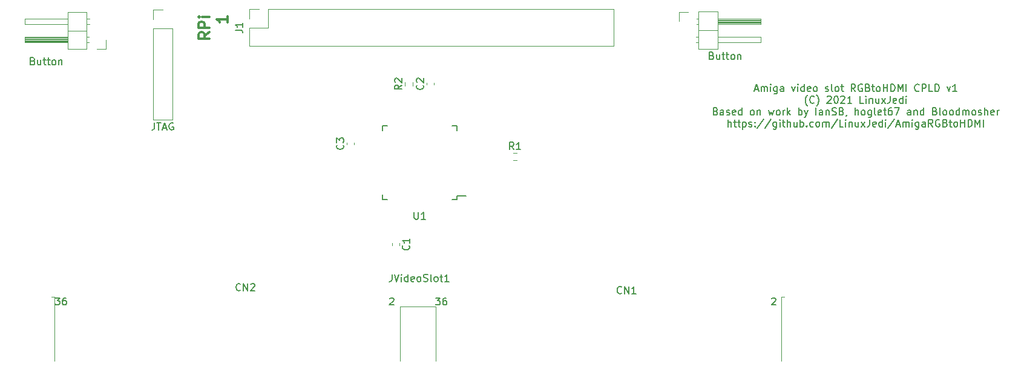
<source format=gbr>
G04 #@! TF.GenerationSoftware,KiCad,Pcbnew,5.1.9-73d0e3b20d~88~ubuntu20.10.1*
G04 #@! TF.CreationDate,2021-04-11T18:11:58+01:00*
G04 #@! TF.ProjectId,videoslotadapter,76696465-6f73-46c6-9f74-616461707465,rev?*
G04 #@! TF.SameCoordinates,Original*
G04 #@! TF.FileFunction,Legend,Top*
G04 #@! TF.FilePolarity,Positive*
%FSLAX46Y46*%
G04 Gerber Fmt 4.6, Leading zero omitted, Abs format (unit mm)*
G04 Created by KiCad (PCBNEW 5.1.9-73d0e3b20d~88~ubuntu20.10.1) date 2021-04-11 18:11:58*
%MOMM*%
%LPD*%
G01*
G04 APERTURE LIST*
%ADD10C,0.150000*%
%ADD11C,0.300000*%
%ADD12C,0.120000*%
G04 APERTURE END LIST*
D10*
X107441597Y-74144831D02*
X107584454Y-74192450D01*
X107632073Y-74240069D01*
X107679692Y-74335307D01*
X107679692Y-74478164D01*
X107632073Y-74573402D01*
X107584454Y-74621021D01*
X107489216Y-74668640D01*
X107108263Y-74668640D01*
X107108263Y-73668640D01*
X107441597Y-73668640D01*
X107536835Y-73716260D01*
X107584454Y-73763879D01*
X107632073Y-73859117D01*
X107632073Y-73954355D01*
X107584454Y-74049593D01*
X107536835Y-74097212D01*
X107441597Y-74144831D01*
X107108263Y-74144831D01*
X108536835Y-74001974D02*
X108536835Y-74668640D01*
X108108263Y-74001974D02*
X108108263Y-74525783D01*
X108155882Y-74621021D01*
X108251120Y-74668640D01*
X108393978Y-74668640D01*
X108489216Y-74621021D01*
X108536835Y-74573402D01*
X108870168Y-74001974D02*
X109251120Y-74001974D01*
X109013025Y-73668640D02*
X109013025Y-74525783D01*
X109060644Y-74621021D01*
X109155882Y-74668640D01*
X109251120Y-74668640D01*
X109441597Y-74001974D02*
X109822549Y-74001974D01*
X109584454Y-73668640D02*
X109584454Y-74525783D01*
X109632073Y-74621021D01*
X109727311Y-74668640D01*
X109822549Y-74668640D01*
X110298740Y-74668640D02*
X110203501Y-74621021D01*
X110155882Y-74573402D01*
X110108263Y-74478164D01*
X110108263Y-74192450D01*
X110155882Y-74097212D01*
X110203501Y-74049593D01*
X110298740Y-74001974D01*
X110441597Y-74001974D01*
X110536835Y-74049593D01*
X110584454Y-74097212D01*
X110632073Y-74192450D01*
X110632073Y-74478164D01*
X110584454Y-74573402D01*
X110536835Y-74621021D01*
X110441597Y-74668640D01*
X110298740Y-74668640D01*
X111060644Y-74001974D02*
X111060644Y-74668640D01*
X111060644Y-74097212D02*
X111108263Y-74049593D01*
X111203501Y-74001974D01*
X111346359Y-74001974D01*
X111441597Y-74049593D01*
X111489216Y-74144831D01*
X111489216Y-74668640D01*
X202414737Y-73382831D02*
X202557594Y-73430450D01*
X202605213Y-73478069D01*
X202652832Y-73573307D01*
X202652832Y-73716164D01*
X202605213Y-73811402D01*
X202557594Y-73859021D01*
X202462356Y-73906640D01*
X202081403Y-73906640D01*
X202081403Y-72906640D01*
X202414737Y-72906640D01*
X202509975Y-72954260D01*
X202557594Y-73001879D01*
X202605213Y-73097117D01*
X202605213Y-73192355D01*
X202557594Y-73287593D01*
X202509975Y-73335212D01*
X202414737Y-73382831D01*
X202081403Y-73382831D01*
X203509975Y-73239974D02*
X203509975Y-73906640D01*
X203081403Y-73239974D02*
X203081403Y-73763783D01*
X203129022Y-73859021D01*
X203224260Y-73906640D01*
X203367118Y-73906640D01*
X203462356Y-73859021D01*
X203509975Y-73811402D01*
X203843308Y-73239974D02*
X204224260Y-73239974D01*
X203986165Y-72906640D02*
X203986165Y-73763783D01*
X204033784Y-73859021D01*
X204129022Y-73906640D01*
X204224260Y-73906640D01*
X204414737Y-73239974D02*
X204795689Y-73239974D01*
X204557594Y-72906640D02*
X204557594Y-73763783D01*
X204605213Y-73859021D01*
X204700451Y-73906640D01*
X204795689Y-73906640D01*
X205271880Y-73906640D02*
X205176641Y-73859021D01*
X205129022Y-73811402D01*
X205081403Y-73716164D01*
X205081403Y-73430450D01*
X205129022Y-73335212D01*
X205176641Y-73287593D01*
X205271880Y-73239974D01*
X205414737Y-73239974D01*
X205509975Y-73287593D01*
X205557594Y-73335212D01*
X205605213Y-73430450D01*
X205605213Y-73716164D01*
X205557594Y-73811402D01*
X205509975Y-73859021D01*
X205414737Y-73906640D01*
X205271880Y-73906640D01*
X206033784Y-73239974D02*
X206033784Y-73906640D01*
X206033784Y-73335212D02*
X206081403Y-73287593D01*
X206176641Y-73239974D01*
X206319499Y-73239974D01*
X206414737Y-73287593D01*
X206462356Y-73382831D01*
X206462356Y-73906640D01*
X208411942Y-78113146D02*
X208888133Y-78113146D01*
X208316704Y-78398860D02*
X208650038Y-77398860D01*
X208983371Y-78398860D01*
X209316704Y-78398860D02*
X209316704Y-77732194D01*
X209316704Y-77827432D02*
X209364323Y-77779813D01*
X209459561Y-77732194D01*
X209602419Y-77732194D01*
X209697657Y-77779813D01*
X209745276Y-77875051D01*
X209745276Y-78398860D01*
X209745276Y-77875051D02*
X209792895Y-77779813D01*
X209888133Y-77732194D01*
X210030990Y-77732194D01*
X210126228Y-77779813D01*
X210173847Y-77875051D01*
X210173847Y-78398860D01*
X210650038Y-78398860D02*
X210650038Y-77732194D01*
X210650038Y-77398860D02*
X210602419Y-77446480D01*
X210650038Y-77494099D01*
X210697657Y-77446480D01*
X210650038Y-77398860D01*
X210650038Y-77494099D01*
X211554800Y-77732194D02*
X211554800Y-78541718D01*
X211507180Y-78636956D01*
X211459561Y-78684575D01*
X211364323Y-78732194D01*
X211221466Y-78732194D01*
X211126228Y-78684575D01*
X211554800Y-78351241D02*
X211459561Y-78398860D01*
X211269085Y-78398860D01*
X211173847Y-78351241D01*
X211126228Y-78303622D01*
X211078609Y-78208384D01*
X211078609Y-77922670D01*
X211126228Y-77827432D01*
X211173847Y-77779813D01*
X211269085Y-77732194D01*
X211459561Y-77732194D01*
X211554800Y-77779813D01*
X212459561Y-78398860D02*
X212459561Y-77875051D01*
X212411942Y-77779813D01*
X212316704Y-77732194D01*
X212126228Y-77732194D01*
X212030990Y-77779813D01*
X212459561Y-78351241D02*
X212364323Y-78398860D01*
X212126228Y-78398860D01*
X212030990Y-78351241D01*
X211983371Y-78256003D01*
X211983371Y-78160765D01*
X212030990Y-78065527D01*
X212126228Y-78017908D01*
X212364323Y-78017908D01*
X212459561Y-77970289D01*
X213602419Y-77732194D02*
X213840514Y-78398860D01*
X214078609Y-77732194D01*
X214459561Y-78398860D02*
X214459561Y-77732194D01*
X214459561Y-77398860D02*
X214411942Y-77446480D01*
X214459561Y-77494099D01*
X214507180Y-77446480D01*
X214459561Y-77398860D01*
X214459561Y-77494099D01*
X215364323Y-78398860D02*
X215364323Y-77398860D01*
X215364323Y-78351241D02*
X215269085Y-78398860D01*
X215078609Y-78398860D01*
X214983371Y-78351241D01*
X214935752Y-78303622D01*
X214888133Y-78208384D01*
X214888133Y-77922670D01*
X214935752Y-77827432D01*
X214983371Y-77779813D01*
X215078609Y-77732194D01*
X215269085Y-77732194D01*
X215364323Y-77779813D01*
X216221466Y-78351241D02*
X216126228Y-78398860D01*
X215935752Y-78398860D01*
X215840514Y-78351241D01*
X215792895Y-78256003D01*
X215792895Y-77875051D01*
X215840514Y-77779813D01*
X215935752Y-77732194D01*
X216126228Y-77732194D01*
X216221466Y-77779813D01*
X216269085Y-77875051D01*
X216269085Y-77970289D01*
X215792895Y-78065527D01*
X216840514Y-78398860D02*
X216745276Y-78351241D01*
X216697657Y-78303622D01*
X216650038Y-78208384D01*
X216650038Y-77922670D01*
X216697657Y-77827432D01*
X216745276Y-77779813D01*
X216840514Y-77732194D01*
X216983371Y-77732194D01*
X217078609Y-77779813D01*
X217126228Y-77827432D01*
X217173847Y-77922670D01*
X217173847Y-78208384D01*
X217126228Y-78303622D01*
X217078609Y-78351241D01*
X216983371Y-78398860D01*
X216840514Y-78398860D01*
X218316704Y-78351241D02*
X218411942Y-78398860D01*
X218602419Y-78398860D01*
X218697657Y-78351241D01*
X218745276Y-78256003D01*
X218745276Y-78208384D01*
X218697657Y-78113146D01*
X218602419Y-78065527D01*
X218459561Y-78065527D01*
X218364323Y-78017908D01*
X218316704Y-77922670D01*
X218316704Y-77875051D01*
X218364323Y-77779813D01*
X218459561Y-77732194D01*
X218602419Y-77732194D01*
X218697657Y-77779813D01*
X219316704Y-78398860D02*
X219221466Y-78351241D01*
X219173847Y-78256003D01*
X219173847Y-77398860D01*
X219840514Y-78398860D02*
X219745276Y-78351241D01*
X219697657Y-78303622D01*
X219650038Y-78208384D01*
X219650038Y-77922670D01*
X219697657Y-77827432D01*
X219745276Y-77779813D01*
X219840514Y-77732194D01*
X219983371Y-77732194D01*
X220078609Y-77779813D01*
X220126228Y-77827432D01*
X220173847Y-77922670D01*
X220173847Y-78208384D01*
X220126228Y-78303622D01*
X220078609Y-78351241D01*
X219983371Y-78398860D01*
X219840514Y-78398860D01*
X220459561Y-77732194D02*
X220840514Y-77732194D01*
X220602419Y-77398860D02*
X220602419Y-78256003D01*
X220650038Y-78351241D01*
X220745276Y-78398860D01*
X220840514Y-78398860D01*
X222507180Y-78398860D02*
X222173847Y-77922670D01*
X221935752Y-78398860D02*
X221935752Y-77398860D01*
X222316704Y-77398860D01*
X222411942Y-77446480D01*
X222459561Y-77494099D01*
X222507180Y-77589337D01*
X222507180Y-77732194D01*
X222459561Y-77827432D01*
X222411942Y-77875051D01*
X222316704Y-77922670D01*
X221935752Y-77922670D01*
X223459561Y-77446480D02*
X223364323Y-77398860D01*
X223221466Y-77398860D01*
X223078609Y-77446480D01*
X222983371Y-77541718D01*
X222935752Y-77636956D01*
X222888133Y-77827432D01*
X222888133Y-77970289D01*
X222935752Y-78160765D01*
X222983371Y-78256003D01*
X223078609Y-78351241D01*
X223221466Y-78398860D01*
X223316704Y-78398860D01*
X223459561Y-78351241D01*
X223507180Y-78303622D01*
X223507180Y-77970289D01*
X223316704Y-77970289D01*
X224269085Y-77875051D02*
X224411942Y-77922670D01*
X224459561Y-77970289D01*
X224507180Y-78065527D01*
X224507180Y-78208384D01*
X224459561Y-78303622D01*
X224411942Y-78351241D01*
X224316704Y-78398860D01*
X223935752Y-78398860D01*
X223935752Y-77398860D01*
X224269085Y-77398860D01*
X224364323Y-77446480D01*
X224411942Y-77494099D01*
X224459561Y-77589337D01*
X224459561Y-77684575D01*
X224411942Y-77779813D01*
X224364323Y-77827432D01*
X224269085Y-77875051D01*
X223935752Y-77875051D01*
X224792895Y-77732194D02*
X225173847Y-77732194D01*
X224935752Y-77398860D02*
X224935752Y-78256003D01*
X224983371Y-78351241D01*
X225078609Y-78398860D01*
X225173847Y-78398860D01*
X225650038Y-78398860D02*
X225554800Y-78351241D01*
X225507180Y-78303622D01*
X225459561Y-78208384D01*
X225459561Y-77922670D01*
X225507180Y-77827432D01*
X225554800Y-77779813D01*
X225650038Y-77732194D01*
X225792895Y-77732194D01*
X225888133Y-77779813D01*
X225935752Y-77827432D01*
X225983371Y-77922670D01*
X225983371Y-78208384D01*
X225935752Y-78303622D01*
X225888133Y-78351241D01*
X225792895Y-78398860D01*
X225650038Y-78398860D01*
X226411942Y-78398860D02*
X226411942Y-77398860D01*
X226411942Y-77875051D02*
X226983371Y-77875051D01*
X226983371Y-78398860D02*
X226983371Y-77398860D01*
X227459561Y-78398860D02*
X227459561Y-77398860D01*
X227697657Y-77398860D01*
X227840514Y-77446480D01*
X227935752Y-77541718D01*
X227983371Y-77636956D01*
X228030990Y-77827432D01*
X228030990Y-77970289D01*
X227983371Y-78160765D01*
X227935752Y-78256003D01*
X227840514Y-78351241D01*
X227697657Y-78398860D01*
X227459561Y-78398860D01*
X228459561Y-78398860D02*
X228459561Y-77398860D01*
X228792895Y-78113146D01*
X229126228Y-77398860D01*
X229126228Y-78398860D01*
X229602419Y-78398860D02*
X229602419Y-77398860D01*
X231411942Y-78303622D02*
X231364323Y-78351241D01*
X231221466Y-78398860D01*
X231126228Y-78398860D01*
X230983371Y-78351241D01*
X230888133Y-78256003D01*
X230840514Y-78160765D01*
X230792895Y-77970289D01*
X230792895Y-77827432D01*
X230840514Y-77636956D01*
X230888133Y-77541718D01*
X230983371Y-77446480D01*
X231126228Y-77398860D01*
X231221466Y-77398860D01*
X231364323Y-77446480D01*
X231411942Y-77494099D01*
X231840514Y-78398860D02*
X231840514Y-77398860D01*
X232221466Y-77398860D01*
X232316704Y-77446480D01*
X232364323Y-77494099D01*
X232411942Y-77589337D01*
X232411942Y-77732194D01*
X232364323Y-77827432D01*
X232316704Y-77875051D01*
X232221466Y-77922670D01*
X231840514Y-77922670D01*
X233316704Y-78398860D02*
X232840514Y-78398860D01*
X232840514Y-77398860D01*
X233650038Y-78398860D02*
X233650038Y-77398860D01*
X233888133Y-77398860D01*
X234030990Y-77446480D01*
X234126228Y-77541718D01*
X234173847Y-77636956D01*
X234221466Y-77827432D01*
X234221466Y-77970289D01*
X234173847Y-78160765D01*
X234126228Y-78256003D01*
X234030990Y-78351241D01*
X233888133Y-78398860D01*
X233650038Y-78398860D01*
X235316704Y-77732194D02*
X235554800Y-78398860D01*
X235792895Y-77732194D01*
X236697657Y-78398860D02*
X236126228Y-78398860D01*
X236411942Y-78398860D02*
X236411942Y-77398860D01*
X236316704Y-77541718D01*
X236221466Y-77636956D01*
X236126228Y-77684575D01*
X215792895Y-80429813D02*
X215745276Y-80382194D01*
X215650038Y-80239337D01*
X215602419Y-80144099D01*
X215554800Y-80001241D01*
X215507180Y-79763146D01*
X215507180Y-79572670D01*
X215554800Y-79334575D01*
X215602419Y-79191718D01*
X215650038Y-79096480D01*
X215745276Y-78953622D01*
X215792895Y-78906003D01*
X216745276Y-79953622D02*
X216697657Y-80001241D01*
X216554800Y-80048860D01*
X216459561Y-80048860D01*
X216316704Y-80001241D01*
X216221466Y-79906003D01*
X216173847Y-79810765D01*
X216126228Y-79620289D01*
X216126228Y-79477432D01*
X216173847Y-79286956D01*
X216221466Y-79191718D01*
X216316704Y-79096480D01*
X216459561Y-79048860D01*
X216554800Y-79048860D01*
X216697657Y-79096480D01*
X216745276Y-79144099D01*
X217078609Y-80429813D02*
X217126228Y-80382194D01*
X217221466Y-80239337D01*
X217269085Y-80144099D01*
X217316704Y-80001241D01*
X217364323Y-79763146D01*
X217364323Y-79572670D01*
X217316704Y-79334575D01*
X217269085Y-79191718D01*
X217221466Y-79096480D01*
X217126228Y-78953622D01*
X217078609Y-78906003D01*
X218554800Y-79144099D02*
X218602419Y-79096480D01*
X218697657Y-79048860D01*
X218935752Y-79048860D01*
X219030990Y-79096480D01*
X219078609Y-79144099D01*
X219126228Y-79239337D01*
X219126228Y-79334575D01*
X219078609Y-79477432D01*
X218507180Y-80048860D01*
X219126228Y-80048860D01*
X219745276Y-79048860D02*
X219840514Y-79048860D01*
X219935752Y-79096480D01*
X219983371Y-79144099D01*
X220030990Y-79239337D01*
X220078609Y-79429813D01*
X220078609Y-79667908D01*
X220030990Y-79858384D01*
X219983371Y-79953622D01*
X219935752Y-80001241D01*
X219840514Y-80048860D01*
X219745276Y-80048860D01*
X219650038Y-80001241D01*
X219602419Y-79953622D01*
X219554800Y-79858384D01*
X219507180Y-79667908D01*
X219507180Y-79429813D01*
X219554800Y-79239337D01*
X219602419Y-79144099D01*
X219650038Y-79096480D01*
X219745276Y-79048860D01*
X220459561Y-79144099D02*
X220507180Y-79096480D01*
X220602419Y-79048860D01*
X220840514Y-79048860D01*
X220935752Y-79096480D01*
X220983371Y-79144099D01*
X221030990Y-79239337D01*
X221030990Y-79334575D01*
X220983371Y-79477432D01*
X220411942Y-80048860D01*
X221030990Y-80048860D01*
X221983371Y-80048860D02*
X221411942Y-80048860D01*
X221697657Y-80048860D02*
X221697657Y-79048860D01*
X221602419Y-79191718D01*
X221507180Y-79286956D01*
X221411942Y-79334575D01*
X223650038Y-80048860D02*
X223173847Y-80048860D01*
X223173847Y-79048860D01*
X223983371Y-80048860D02*
X223983371Y-79382194D01*
X223983371Y-79048860D02*
X223935752Y-79096480D01*
X223983371Y-79144099D01*
X224030990Y-79096480D01*
X223983371Y-79048860D01*
X223983371Y-79144099D01*
X224459561Y-79382194D02*
X224459561Y-80048860D01*
X224459561Y-79477432D02*
X224507180Y-79429813D01*
X224602419Y-79382194D01*
X224745276Y-79382194D01*
X224840514Y-79429813D01*
X224888133Y-79525051D01*
X224888133Y-80048860D01*
X225792895Y-79382194D02*
X225792895Y-80048860D01*
X225364323Y-79382194D02*
X225364323Y-79906003D01*
X225411942Y-80001241D01*
X225507180Y-80048860D01*
X225650038Y-80048860D01*
X225745276Y-80001241D01*
X225792895Y-79953622D01*
X226173847Y-80048860D02*
X226697657Y-79382194D01*
X226173847Y-79382194D02*
X226697657Y-80048860D01*
X227364323Y-79048860D02*
X227364323Y-79763146D01*
X227316704Y-79906003D01*
X227221466Y-80001241D01*
X227078609Y-80048860D01*
X226983371Y-80048860D01*
X228221466Y-80001241D02*
X228126228Y-80048860D01*
X227935752Y-80048860D01*
X227840514Y-80001241D01*
X227792895Y-79906003D01*
X227792895Y-79525051D01*
X227840514Y-79429813D01*
X227935752Y-79382194D01*
X228126228Y-79382194D01*
X228221466Y-79429813D01*
X228269085Y-79525051D01*
X228269085Y-79620289D01*
X227792895Y-79715527D01*
X229126228Y-80048860D02*
X229126228Y-79048860D01*
X229126228Y-80001241D02*
X229030990Y-80048860D01*
X228840514Y-80048860D01*
X228745276Y-80001241D01*
X228697657Y-79953622D01*
X228650038Y-79858384D01*
X228650038Y-79572670D01*
X228697657Y-79477432D01*
X228745276Y-79429813D01*
X228840514Y-79382194D01*
X229030990Y-79382194D01*
X229126228Y-79429813D01*
X229602419Y-80048860D02*
X229602419Y-79382194D01*
X229602419Y-79048860D02*
X229554800Y-79096480D01*
X229602419Y-79144099D01*
X229650038Y-79096480D01*
X229602419Y-79048860D01*
X229602419Y-79144099D01*
X202959561Y-81175051D02*
X203102419Y-81222670D01*
X203150038Y-81270289D01*
X203197657Y-81365527D01*
X203197657Y-81508384D01*
X203150038Y-81603622D01*
X203102419Y-81651241D01*
X203007180Y-81698860D01*
X202626228Y-81698860D01*
X202626228Y-80698860D01*
X202959561Y-80698860D01*
X203054799Y-80746480D01*
X203102419Y-80794099D01*
X203150038Y-80889337D01*
X203150038Y-80984575D01*
X203102419Y-81079813D01*
X203054799Y-81127432D01*
X202959561Y-81175051D01*
X202626228Y-81175051D01*
X204054799Y-81698860D02*
X204054799Y-81175051D01*
X204007180Y-81079813D01*
X203911942Y-81032194D01*
X203721466Y-81032194D01*
X203626228Y-81079813D01*
X204054799Y-81651241D02*
X203959561Y-81698860D01*
X203721466Y-81698860D01*
X203626228Y-81651241D01*
X203578609Y-81556003D01*
X203578609Y-81460765D01*
X203626228Y-81365527D01*
X203721466Y-81317908D01*
X203959561Y-81317908D01*
X204054799Y-81270289D01*
X204483371Y-81651241D02*
X204578609Y-81698860D01*
X204769085Y-81698860D01*
X204864323Y-81651241D01*
X204911942Y-81556003D01*
X204911942Y-81508384D01*
X204864323Y-81413146D01*
X204769085Y-81365527D01*
X204626228Y-81365527D01*
X204530990Y-81317908D01*
X204483371Y-81222670D01*
X204483371Y-81175051D01*
X204530990Y-81079813D01*
X204626228Y-81032194D01*
X204769085Y-81032194D01*
X204864323Y-81079813D01*
X205721466Y-81651241D02*
X205626228Y-81698860D01*
X205435752Y-81698860D01*
X205340514Y-81651241D01*
X205292895Y-81556003D01*
X205292895Y-81175051D01*
X205340514Y-81079813D01*
X205435752Y-81032194D01*
X205626228Y-81032194D01*
X205721466Y-81079813D01*
X205769085Y-81175051D01*
X205769085Y-81270289D01*
X205292895Y-81365527D01*
X206626228Y-81698860D02*
X206626228Y-80698860D01*
X206626228Y-81651241D02*
X206530990Y-81698860D01*
X206340514Y-81698860D01*
X206245276Y-81651241D01*
X206197657Y-81603622D01*
X206150038Y-81508384D01*
X206150038Y-81222670D01*
X206197657Y-81127432D01*
X206245276Y-81079813D01*
X206340514Y-81032194D01*
X206530990Y-81032194D01*
X206626228Y-81079813D01*
X208007180Y-81698860D02*
X207911942Y-81651241D01*
X207864323Y-81603622D01*
X207816704Y-81508384D01*
X207816704Y-81222670D01*
X207864323Y-81127432D01*
X207911942Y-81079813D01*
X208007180Y-81032194D01*
X208150038Y-81032194D01*
X208245276Y-81079813D01*
X208292895Y-81127432D01*
X208340514Y-81222670D01*
X208340514Y-81508384D01*
X208292895Y-81603622D01*
X208245276Y-81651241D01*
X208150038Y-81698860D01*
X208007180Y-81698860D01*
X208769085Y-81032194D02*
X208769085Y-81698860D01*
X208769085Y-81127432D02*
X208816704Y-81079813D01*
X208911942Y-81032194D01*
X209054799Y-81032194D01*
X209150038Y-81079813D01*
X209197657Y-81175051D01*
X209197657Y-81698860D01*
X210340514Y-81032194D02*
X210530990Y-81698860D01*
X210721466Y-81222670D01*
X210911942Y-81698860D01*
X211102419Y-81032194D01*
X211626228Y-81698860D02*
X211530990Y-81651241D01*
X211483371Y-81603622D01*
X211435752Y-81508384D01*
X211435752Y-81222670D01*
X211483371Y-81127432D01*
X211530990Y-81079813D01*
X211626228Y-81032194D01*
X211769085Y-81032194D01*
X211864323Y-81079813D01*
X211911942Y-81127432D01*
X211959561Y-81222670D01*
X211959561Y-81508384D01*
X211911942Y-81603622D01*
X211864323Y-81651241D01*
X211769085Y-81698860D01*
X211626228Y-81698860D01*
X212388133Y-81698860D02*
X212388133Y-81032194D01*
X212388133Y-81222670D02*
X212435752Y-81127432D01*
X212483371Y-81079813D01*
X212578609Y-81032194D01*
X212673847Y-81032194D01*
X213007180Y-81698860D02*
X213007180Y-80698860D01*
X213102419Y-81317908D02*
X213388133Y-81698860D01*
X213388133Y-81032194D02*
X213007180Y-81413146D01*
X214578609Y-81698860D02*
X214578609Y-80698860D01*
X214578609Y-81079813D02*
X214673847Y-81032194D01*
X214864323Y-81032194D01*
X214959561Y-81079813D01*
X215007180Y-81127432D01*
X215054799Y-81222670D01*
X215054799Y-81508384D01*
X215007180Y-81603622D01*
X214959561Y-81651241D01*
X214864323Y-81698860D01*
X214673847Y-81698860D01*
X214578609Y-81651241D01*
X215388133Y-81032194D02*
X215626228Y-81698860D01*
X215864323Y-81032194D02*
X215626228Y-81698860D01*
X215530990Y-81936956D01*
X215483371Y-81984575D01*
X215388133Y-82032194D01*
X217007180Y-81698860D02*
X217007180Y-80698860D01*
X217911942Y-81698860D02*
X217911942Y-81175051D01*
X217864323Y-81079813D01*
X217769085Y-81032194D01*
X217578609Y-81032194D01*
X217483371Y-81079813D01*
X217911942Y-81651241D02*
X217816704Y-81698860D01*
X217578609Y-81698860D01*
X217483371Y-81651241D01*
X217435752Y-81556003D01*
X217435752Y-81460765D01*
X217483371Y-81365527D01*
X217578609Y-81317908D01*
X217816704Y-81317908D01*
X217911942Y-81270289D01*
X218388133Y-81032194D02*
X218388133Y-81698860D01*
X218388133Y-81127432D02*
X218435752Y-81079813D01*
X218530990Y-81032194D01*
X218673847Y-81032194D01*
X218769085Y-81079813D01*
X218816704Y-81175051D01*
X218816704Y-81698860D01*
X219245276Y-81651241D02*
X219388133Y-81698860D01*
X219626228Y-81698860D01*
X219721466Y-81651241D01*
X219769085Y-81603622D01*
X219816704Y-81508384D01*
X219816704Y-81413146D01*
X219769085Y-81317908D01*
X219721466Y-81270289D01*
X219626228Y-81222670D01*
X219435752Y-81175051D01*
X219340514Y-81127432D01*
X219292895Y-81079813D01*
X219245276Y-80984575D01*
X219245276Y-80889337D01*
X219292895Y-80794099D01*
X219340514Y-80746480D01*
X219435752Y-80698860D01*
X219673847Y-80698860D01*
X219816704Y-80746480D01*
X220578609Y-81175051D02*
X220721466Y-81222670D01*
X220769085Y-81270289D01*
X220816704Y-81365527D01*
X220816704Y-81508384D01*
X220769085Y-81603622D01*
X220721466Y-81651241D01*
X220626228Y-81698860D01*
X220245276Y-81698860D01*
X220245276Y-80698860D01*
X220578609Y-80698860D01*
X220673847Y-80746480D01*
X220721466Y-80794099D01*
X220769085Y-80889337D01*
X220769085Y-80984575D01*
X220721466Y-81079813D01*
X220673847Y-81127432D01*
X220578609Y-81175051D01*
X220245276Y-81175051D01*
X221292895Y-81651241D02*
X221292895Y-81698860D01*
X221245276Y-81794099D01*
X221197657Y-81841718D01*
X222483371Y-81698860D02*
X222483371Y-80698860D01*
X222911942Y-81698860D02*
X222911942Y-81175051D01*
X222864323Y-81079813D01*
X222769085Y-81032194D01*
X222626228Y-81032194D01*
X222530990Y-81079813D01*
X222483371Y-81127432D01*
X223530990Y-81698860D02*
X223435752Y-81651241D01*
X223388133Y-81603622D01*
X223340514Y-81508384D01*
X223340514Y-81222670D01*
X223388133Y-81127432D01*
X223435752Y-81079813D01*
X223530990Y-81032194D01*
X223673847Y-81032194D01*
X223769085Y-81079813D01*
X223816704Y-81127432D01*
X223864323Y-81222670D01*
X223864323Y-81508384D01*
X223816704Y-81603622D01*
X223769085Y-81651241D01*
X223673847Y-81698860D01*
X223530990Y-81698860D01*
X224721466Y-81032194D02*
X224721466Y-81841718D01*
X224673847Y-81936956D01*
X224626228Y-81984575D01*
X224530990Y-82032194D01*
X224388133Y-82032194D01*
X224292895Y-81984575D01*
X224721466Y-81651241D02*
X224626228Y-81698860D01*
X224435752Y-81698860D01*
X224340514Y-81651241D01*
X224292895Y-81603622D01*
X224245276Y-81508384D01*
X224245276Y-81222670D01*
X224292895Y-81127432D01*
X224340514Y-81079813D01*
X224435752Y-81032194D01*
X224626228Y-81032194D01*
X224721466Y-81079813D01*
X225340514Y-81698860D02*
X225245276Y-81651241D01*
X225197657Y-81556003D01*
X225197657Y-80698860D01*
X226102419Y-81651241D02*
X226007180Y-81698860D01*
X225816704Y-81698860D01*
X225721466Y-81651241D01*
X225673847Y-81556003D01*
X225673847Y-81175051D01*
X225721466Y-81079813D01*
X225816704Y-81032194D01*
X226007180Y-81032194D01*
X226102419Y-81079813D01*
X226150038Y-81175051D01*
X226150038Y-81270289D01*
X225673847Y-81365527D01*
X226435752Y-81032194D02*
X226816704Y-81032194D01*
X226578609Y-80698860D02*
X226578609Y-81556003D01*
X226626228Y-81651241D01*
X226721466Y-81698860D01*
X226816704Y-81698860D01*
X227578609Y-80698860D02*
X227388133Y-80698860D01*
X227292895Y-80746480D01*
X227245276Y-80794099D01*
X227150038Y-80936956D01*
X227102419Y-81127432D01*
X227102419Y-81508384D01*
X227150038Y-81603622D01*
X227197657Y-81651241D01*
X227292895Y-81698860D01*
X227483371Y-81698860D01*
X227578609Y-81651241D01*
X227626228Y-81603622D01*
X227673847Y-81508384D01*
X227673847Y-81270289D01*
X227626228Y-81175051D01*
X227578609Y-81127432D01*
X227483371Y-81079813D01*
X227292895Y-81079813D01*
X227197657Y-81127432D01*
X227150038Y-81175051D01*
X227102419Y-81270289D01*
X228007180Y-80698860D02*
X228673847Y-80698860D01*
X228245276Y-81698860D01*
X230245276Y-81698860D02*
X230245276Y-81175051D01*
X230197657Y-81079813D01*
X230102419Y-81032194D01*
X229911942Y-81032194D01*
X229816704Y-81079813D01*
X230245276Y-81651241D02*
X230150038Y-81698860D01*
X229911942Y-81698860D01*
X229816704Y-81651241D01*
X229769085Y-81556003D01*
X229769085Y-81460765D01*
X229816704Y-81365527D01*
X229911942Y-81317908D01*
X230150038Y-81317908D01*
X230245276Y-81270289D01*
X230721466Y-81032194D02*
X230721466Y-81698860D01*
X230721466Y-81127432D02*
X230769085Y-81079813D01*
X230864323Y-81032194D01*
X231007180Y-81032194D01*
X231102419Y-81079813D01*
X231150038Y-81175051D01*
X231150038Y-81698860D01*
X232054799Y-81698860D02*
X232054799Y-80698860D01*
X232054799Y-81651241D02*
X231959561Y-81698860D01*
X231769085Y-81698860D01*
X231673847Y-81651241D01*
X231626228Y-81603622D01*
X231578609Y-81508384D01*
X231578609Y-81222670D01*
X231626228Y-81127432D01*
X231673847Y-81079813D01*
X231769085Y-81032194D01*
X231959561Y-81032194D01*
X232054799Y-81079813D01*
X233626228Y-81175051D02*
X233769085Y-81222670D01*
X233816704Y-81270289D01*
X233864323Y-81365527D01*
X233864323Y-81508384D01*
X233816704Y-81603622D01*
X233769085Y-81651241D01*
X233673847Y-81698860D01*
X233292895Y-81698860D01*
X233292895Y-80698860D01*
X233626228Y-80698860D01*
X233721466Y-80746480D01*
X233769085Y-80794099D01*
X233816704Y-80889337D01*
X233816704Y-80984575D01*
X233769085Y-81079813D01*
X233721466Y-81127432D01*
X233626228Y-81175051D01*
X233292895Y-81175051D01*
X234435752Y-81698860D02*
X234340514Y-81651241D01*
X234292895Y-81556003D01*
X234292895Y-80698860D01*
X234959561Y-81698860D02*
X234864323Y-81651241D01*
X234816704Y-81603622D01*
X234769085Y-81508384D01*
X234769085Y-81222670D01*
X234816704Y-81127432D01*
X234864323Y-81079813D01*
X234959561Y-81032194D01*
X235102419Y-81032194D01*
X235197657Y-81079813D01*
X235245276Y-81127432D01*
X235292895Y-81222670D01*
X235292895Y-81508384D01*
X235245276Y-81603622D01*
X235197657Y-81651241D01*
X235102419Y-81698860D01*
X234959561Y-81698860D01*
X235864323Y-81698860D02*
X235769085Y-81651241D01*
X235721466Y-81603622D01*
X235673847Y-81508384D01*
X235673847Y-81222670D01*
X235721466Y-81127432D01*
X235769085Y-81079813D01*
X235864323Y-81032194D01*
X236007180Y-81032194D01*
X236102419Y-81079813D01*
X236150038Y-81127432D01*
X236197657Y-81222670D01*
X236197657Y-81508384D01*
X236150038Y-81603622D01*
X236102419Y-81651241D01*
X236007180Y-81698860D01*
X235864323Y-81698860D01*
X237054799Y-81698860D02*
X237054799Y-80698860D01*
X237054799Y-81651241D02*
X236959561Y-81698860D01*
X236769085Y-81698860D01*
X236673847Y-81651241D01*
X236626228Y-81603622D01*
X236578609Y-81508384D01*
X236578609Y-81222670D01*
X236626228Y-81127432D01*
X236673847Y-81079813D01*
X236769085Y-81032194D01*
X236959561Y-81032194D01*
X237054799Y-81079813D01*
X237530990Y-81698860D02*
X237530990Y-81032194D01*
X237530990Y-81127432D02*
X237578609Y-81079813D01*
X237673847Y-81032194D01*
X237816704Y-81032194D01*
X237911942Y-81079813D01*
X237959561Y-81175051D01*
X237959561Y-81698860D01*
X237959561Y-81175051D02*
X238007180Y-81079813D01*
X238102419Y-81032194D01*
X238245276Y-81032194D01*
X238340514Y-81079813D01*
X238388133Y-81175051D01*
X238388133Y-81698860D01*
X239007180Y-81698860D02*
X238911942Y-81651241D01*
X238864323Y-81603622D01*
X238816704Y-81508384D01*
X238816704Y-81222670D01*
X238864323Y-81127432D01*
X238911942Y-81079813D01*
X239007180Y-81032194D01*
X239150038Y-81032194D01*
X239245276Y-81079813D01*
X239292895Y-81127432D01*
X239340514Y-81222670D01*
X239340514Y-81508384D01*
X239292895Y-81603622D01*
X239245276Y-81651241D01*
X239150038Y-81698860D01*
X239007180Y-81698860D01*
X239721466Y-81651241D02*
X239816704Y-81698860D01*
X240007180Y-81698860D01*
X240102419Y-81651241D01*
X240150038Y-81556003D01*
X240150038Y-81508384D01*
X240102419Y-81413146D01*
X240007180Y-81365527D01*
X239864323Y-81365527D01*
X239769085Y-81317908D01*
X239721466Y-81222670D01*
X239721466Y-81175051D01*
X239769085Y-81079813D01*
X239864323Y-81032194D01*
X240007180Y-81032194D01*
X240102419Y-81079813D01*
X240578609Y-81698860D02*
X240578609Y-80698860D01*
X241007180Y-81698860D02*
X241007180Y-81175051D01*
X240959561Y-81079813D01*
X240864323Y-81032194D01*
X240721466Y-81032194D01*
X240626228Y-81079813D01*
X240578609Y-81127432D01*
X241864323Y-81651241D02*
X241769085Y-81698860D01*
X241578609Y-81698860D01*
X241483371Y-81651241D01*
X241435752Y-81556003D01*
X241435752Y-81175051D01*
X241483371Y-81079813D01*
X241578609Y-81032194D01*
X241769085Y-81032194D01*
X241864323Y-81079813D01*
X241911942Y-81175051D01*
X241911942Y-81270289D01*
X241435752Y-81365527D01*
X242340514Y-81698860D02*
X242340514Y-81032194D01*
X242340514Y-81222670D02*
X242388133Y-81127432D01*
X242435752Y-81079813D01*
X242530990Y-81032194D01*
X242626228Y-81032194D01*
X204697657Y-83348860D02*
X204697657Y-82348860D01*
X205126228Y-83348860D02*
X205126228Y-82825051D01*
X205078609Y-82729813D01*
X204983371Y-82682194D01*
X204840514Y-82682194D01*
X204745276Y-82729813D01*
X204697657Y-82777432D01*
X205459561Y-82682194D02*
X205840514Y-82682194D01*
X205602419Y-82348860D02*
X205602419Y-83206003D01*
X205650038Y-83301241D01*
X205745276Y-83348860D01*
X205840514Y-83348860D01*
X206030990Y-82682194D02*
X206411942Y-82682194D01*
X206173847Y-82348860D02*
X206173847Y-83206003D01*
X206221466Y-83301241D01*
X206316704Y-83348860D01*
X206411942Y-83348860D01*
X206745276Y-82682194D02*
X206745276Y-83682194D01*
X206745276Y-82729813D02*
X206840514Y-82682194D01*
X207030990Y-82682194D01*
X207126228Y-82729813D01*
X207173847Y-82777432D01*
X207221466Y-82872670D01*
X207221466Y-83158384D01*
X207173847Y-83253622D01*
X207126228Y-83301241D01*
X207030990Y-83348860D01*
X206840514Y-83348860D01*
X206745276Y-83301241D01*
X207602419Y-83301241D02*
X207697657Y-83348860D01*
X207888133Y-83348860D01*
X207983371Y-83301241D01*
X208030990Y-83206003D01*
X208030990Y-83158384D01*
X207983371Y-83063146D01*
X207888133Y-83015527D01*
X207745276Y-83015527D01*
X207650038Y-82967908D01*
X207602419Y-82872670D01*
X207602419Y-82825051D01*
X207650038Y-82729813D01*
X207745276Y-82682194D01*
X207888133Y-82682194D01*
X207983371Y-82729813D01*
X208459561Y-83253622D02*
X208507180Y-83301241D01*
X208459561Y-83348860D01*
X208411942Y-83301241D01*
X208459561Y-83253622D01*
X208459561Y-83348860D01*
X208459561Y-82729813D02*
X208507180Y-82777432D01*
X208459561Y-82825051D01*
X208411942Y-82777432D01*
X208459561Y-82729813D01*
X208459561Y-82825051D01*
X209650038Y-82301241D02*
X208792895Y-83586956D01*
X210697657Y-82301241D02*
X209840514Y-83586956D01*
X211459561Y-82682194D02*
X211459561Y-83491718D01*
X211411942Y-83586956D01*
X211364323Y-83634575D01*
X211269085Y-83682194D01*
X211126228Y-83682194D01*
X211030990Y-83634575D01*
X211459561Y-83301241D02*
X211364323Y-83348860D01*
X211173847Y-83348860D01*
X211078609Y-83301241D01*
X211030990Y-83253622D01*
X210983371Y-83158384D01*
X210983371Y-82872670D01*
X211030990Y-82777432D01*
X211078609Y-82729813D01*
X211173847Y-82682194D01*
X211364323Y-82682194D01*
X211459561Y-82729813D01*
X211935752Y-83348860D02*
X211935752Y-82682194D01*
X211935752Y-82348860D02*
X211888133Y-82396480D01*
X211935752Y-82444099D01*
X211983371Y-82396480D01*
X211935752Y-82348860D01*
X211935752Y-82444099D01*
X212269085Y-82682194D02*
X212650038Y-82682194D01*
X212411942Y-82348860D02*
X212411942Y-83206003D01*
X212459561Y-83301241D01*
X212554800Y-83348860D01*
X212650038Y-83348860D01*
X212983371Y-83348860D02*
X212983371Y-82348860D01*
X213411942Y-83348860D02*
X213411942Y-82825051D01*
X213364323Y-82729813D01*
X213269085Y-82682194D01*
X213126228Y-82682194D01*
X213030990Y-82729813D01*
X212983371Y-82777432D01*
X214316704Y-82682194D02*
X214316704Y-83348860D01*
X213888133Y-82682194D02*
X213888133Y-83206003D01*
X213935752Y-83301241D01*
X214030990Y-83348860D01*
X214173847Y-83348860D01*
X214269085Y-83301241D01*
X214316704Y-83253622D01*
X214792895Y-83348860D02*
X214792895Y-82348860D01*
X214792895Y-82729813D02*
X214888133Y-82682194D01*
X215078609Y-82682194D01*
X215173847Y-82729813D01*
X215221466Y-82777432D01*
X215269085Y-82872670D01*
X215269085Y-83158384D01*
X215221466Y-83253622D01*
X215173847Y-83301241D01*
X215078609Y-83348860D01*
X214888133Y-83348860D01*
X214792895Y-83301241D01*
X215697657Y-83253622D02*
X215745276Y-83301241D01*
X215697657Y-83348860D01*
X215650038Y-83301241D01*
X215697657Y-83253622D01*
X215697657Y-83348860D01*
X216602419Y-83301241D02*
X216507180Y-83348860D01*
X216316704Y-83348860D01*
X216221466Y-83301241D01*
X216173847Y-83253622D01*
X216126228Y-83158384D01*
X216126228Y-82872670D01*
X216173847Y-82777432D01*
X216221466Y-82729813D01*
X216316704Y-82682194D01*
X216507180Y-82682194D01*
X216602419Y-82729813D01*
X217173847Y-83348860D02*
X217078609Y-83301241D01*
X217030990Y-83253622D01*
X216983371Y-83158384D01*
X216983371Y-82872670D01*
X217030990Y-82777432D01*
X217078609Y-82729813D01*
X217173847Y-82682194D01*
X217316704Y-82682194D01*
X217411942Y-82729813D01*
X217459561Y-82777432D01*
X217507180Y-82872670D01*
X217507180Y-83158384D01*
X217459561Y-83253622D01*
X217411942Y-83301241D01*
X217316704Y-83348860D01*
X217173847Y-83348860D01*
X217935752Y-83348860D02*
X217935752Y-82682194D01*
X217935752Y-82777432D02*
X217983371Y-82729813D01*
X218078609Y-82682194D01*
X218221466Y-82682194D01*
X218316704Y-82729813D01*
X218364323Y-82825051D01*
X218364323Y-83348860D01*
X218364323Y-82825051D02*
X218411942Y-82729813D01*
X218507180Y-82682194D01*
X218650038Y-82682194D01*
X218745276Y-82729813D01*
X218792895Y-82825051D01*
X218792895Y-83348860D01*
X219983371Y-82301241D02*
X219126228Y-83586956D01*
X220792895Y-83348860D02*
X220316704Y-83348860D01*
X220316704Y-82348860D01*
X221126228Y-83348860D02*
X221126228Y-82682194D01*
X221126228Y-82348860D02*
X221078609Y-82396480D01*
X221126228Y-82444099D01*
X221173847Y-82396480D01*
X221126228Y-82348860D01*
X221126228Y-82444099D01*
X221602419Y-82682194D02*
X221602419Y-83348860D01*
X221602419Y-82777432D02*
X221650038Y-82729813D01*
X221745276Y-82682194D01*
X221888133Y-82682194D01*
X221983371Y-82729813D01*
X222030990Y-82825051D01*
X222030990Y-83348860D01*
X222935752Y-82682194D02*
X222935752Y-83348860D01*
X222507180Y-82682194D02*
X222507180Y-83206003D01*
X222554800Y-83301241D01*
X222650038Y-83348860D01*
X222792895Y-83348860D01*
X222888133Y-83301241D01*
X222935752Y-83253622D01*
X223316704Y-83348860D02*
X223840514Y-82682194D01*
X223316704Y-82682194D02*
X223840514Y-83348860D01*
X224507180Y-82348860D02*
X224507180Y-83063146D01*
X224459561Y-83206003D01*
X224364323Y-83301241D01*
X224221466Y-83348860D01*
X224126228Y-83348860D01*
X225364323Y-83301241D02*
X225269085Y-83348860D01*
X225078609Y-83348860D01*
X224983371Y-83301241D01*
X224935752Y-83206003D01*
X224935752Y-82825051D01*
X224983371Y-82729813D01*
X225078609Y-82682194D01*
X225269085Y-82682194D01*
X225364323Y-82729813D01*
X225411942Y-82825051D01*
X225411942Y-82920289D01*
X224935752Y-83015527D01*
X226269085Y-83348860D02*
X226269085Y-82348860D01*
X226269085Y-83301241D02*
X226173847Y-83348860D01*
X225983371Y-83348860D01*
X225888133Y-83301241D01*
X225840514Y-83253622D01*
X225792895Y-83158384D01*
X225792895Y-82872670D01*
X225840514Y-82777432D01*
X225888133Y-82729813D01*
X225983371Y-82682194D01*
X226173847Y-82682194D01*
X226269085Y-82729813D01*
X226745276Y-83348860D02*
X226745276Y-82682194D01*
X226745276Y-82348860D02*
X226697657Y-82396480D01*
X226745276Y-82444099D01*
X226792895Y-82396480D01*
X226745276Y-82348860D01*
X226745276Y-82444099D01*
X227935752Y-82301241D02*
X227078609Y-83586956D01*
X228221466Y-83063146D02*
X228697657Y-83063146D01*
X228126228Y-83348860D02*
X228459561Y-82348860D01*
X228792895Y-83348860D01*
X229126228Y-83348860D02*
X229126228Y-82682194D01*
X229126228Y-82777432D02*
X229173847Y-82729813D01*
X229269085Y-82682194D01*
X229411942Y-82682194D01*
X229507180Y-82729813D01*
X229554800Y-82825051D01*
X229554800Y-83348860D01*
X229554800Y-82825051D02*
X229602419Y-82729813D01*
X229697657Y-82682194D01*
X229840514Y-82682194D01*
X229935752Y-82729813D01*
X229983371Y-82825051D01*
X229983371Y-83348860D01*
X230459561Y-83348860D02*
X230459561Y-82682194D01*
X230459561Y-82348860D02*
X230411942Y-82396480D01*
X230459561Y-82444099D01*
X230507180Y-82396480D01*
X230459561Y-82348860D01*
X230459561Y-82444099D01*
X231364323Y-82682194D02*
X231364323Y-83491718D01*
X231316704Y-83586956D01*
X231269085Y-83634575D01*
X231173847Y-83682194D01*
X231030990Y-83682194D01*
X230935752Y-83634575D01*
X231364323Y-83301241D02*
X231269085Y-83348860D01*
X231078609Y-83348860D01*
X230983371Y-83301241D01*
X230935752Y-83253622D01*
X230888133Y-83158384D01*
X230888133Y-82872670D01*
X230935752Y-82777432D01*
X230983371Y-82729813D01*
X231078609Y-82682194D01*
X231269085Y-82682194D01*
X231364323Y-82729813D01*
X232269085Y-83348860D02*
X232269085Y-82825051D01*
X232221466Y-82729813D01*
X232126228Y-82682194D01*
X231935752Y-82682194D01*
X231840514Y-82729813D01*
X232269085Y-83301241D02*
X232173847Y-83348860D01*
X231935752Y-83348860D01*
X231840514Y-83301241D01*
X231792895Y-83206003D01*
X231792895Y-83110765D01*
X231840514Y-83015527D01*
X231935752Y-82967908D01*
X232173847Y-82967908D01*
X232269085Y-82920289D01*
X233316704Y-83348860D02*
X232983371Y-82872670D01*
X232745276Y-83348860D02*
X232745276Y-82348860D01*
X233126228Y-82348860D01*
X233221466Y-82396480D01*
X233269085Y-82444099D01*
X233316704Y-82539337D01*
X233316704Y-82682194D01*
X233269085Y-82777432D01*
X233221466Y-82825051D01*
X233126228Y-82872670D01*
X232745276Y-82872670D01*
X234269085Y-82396480D02*
X234173847Y-82348860D01*
X234030990Y-82348860D01*
X233888133Y-82396480D01*
X233792895Y-82491718D01*
X233745276Y-82586956D01*
X233697657Y-82777432D01*
X233697657Y-82920289D01*
X233745276Y-83110765D01*
X233792895Y-83206003D01*
X233888133Y-83301241D01*
X234030990Y-83348860D01*
X234126228Y-83348860D01*
X234269085Y-83301241D01*
X234316704Y-83253622D01*
X234316704Y-82920289D01*
X234126228Y-82920289D01*
X235078609Y-82825051D02*
X235221466Y-82872670D01*
X235269085Y-82920289D01*
X235316704Y-83015527D01*
X235316704Y-83158384D01*
X235269085Y-83253622D01*
X235221466Y-83301241D01*
X235126228Y-83348860D01*
X234745276Y-83348860D01*
X234745276Y-82348860D01*
X235078609Y-82348860D01*
X235173847Y-82396480D01*
X235221466Y-82444099D01*
X235269085Y-82539337D01*
X235269085Y-82634575D01*
X235221466Y-82729813D01*
X235173847Y-82777432D01*
X235078609Y-82825051D01*
X234745276Y-82825051D01*
X235602419Y-82682194D02*
X235983371Y-82682194D01*
X235745276Y-82348860D02*
X235745276Y-83206003D01*
X235792895Y-83301241D01*
X235888133Y-83348860D01*
X235983371Y-83348860D01*
X236459561Y-83348860D02*
X236364323Y-83301241D01*
X236316704Y-83253622D01*
X236269085Y-83158384D01*
X236269085Y-82872670D01*
X236316704Y-82777432D01*
X236364323Y-82729813D01*
X236459561Y-82682194D01*
X236602419Y-82682194D01*
X236697657Y-82729813D01*
X236745276Y-82777432D01*
X236792895Y-82872670D01*
X236792895Y-83158384D01*
X236745276Y-83253622D01*
X236697657Y-83301241D01*
X236602419Y-83348860D01*
X236459561Y-83348860D01*
X237221466Y-83348860D02*
X237221466Y-82348860D01*
X237221466Y-82825051D02*
X237792895Y-82825051D01*
X237792895Y-83348860D02*
X237792895Y-82348860D01*
X238269085Y-83348860D02*
X238269085Y-82348860D01*
X238507180Y-82348860D01*
X238650038Y-82396480D01*
X238745276Y-82491718D01*
X238792895Y-82586956D01*
X238840514Y-82777432D01*
X238840514Y-82920289D01*
X238792895Y-83110765D01*
X238745276Y-83206003D01*
X238650038Y-83301241D01*
X238507180Y-83348860D01*
X238269085Y-83348860D01*
X239269085Y-83348860D02*
X239269085Y-82348860D01*
X239602419Y-83063146D01*
X239935752Y-82348860D01*
X239935752Y-83348860D01*
X240411942Y-83348860D02*
X240411942Y-82348860D01*
D11*
X132131271Y-70124380D02*
X131416985Y-70624380D01*
X132131271Y-70981522D02*
X130631271Y-70981522D01*
X130631271Y-70410094D01*
X130702700Y-70267237D01*
X130774128Y-70195808D01*
X130916985Y-70124380D01*
X131131271Y-70124380D01*
X131274128Y-70195808D01*
X131345557Y-70267237D01*
X131416985Y-70410094D01*
X131416985Y-70981522D01*
X132131271Y-69481522D02*
X130631271Y-69481522D01*
X130631271Y-68910094D01*
X130702700Y-68767237D01*
X130774128Y-68695808D01*
X130916985Y-68624380D01*
X131131271Y-68624380D01*
X131274128Y-68695808D01*
X131345557Y-68767237D01*
X131416985Y-68910094D01*
X131416985Y-69481522D01*
X132131271Y-67981522D02*
X131131271Y-67981522D01*
X130631271Y-67981522D02*
X130702700Y-68052951D01*
X130774128Y-67981522D01*
X130702700Y-67910094D01*
X130631271Y-67981522D01*
X130774128Y-67981522D01*
X134681271Y-67910094D02*
X134681271Y-68767237D01*
X134681271Y-68338665D02*
X133181271Y-68338665D01*
X133395557Y-68481522D01*
X133538414Y-68624380D01*
X133609842Y-68767237D01*
D12*
X124273000Y-82356000D02*
X126933000Y-82356000D01*
X124273000Y-69596000D02*
X124273000Y-82356000D01*
X126933000Y-69596000D02*
X126933000Y-82356000D01*
X124273000Y-69596000D02*
X126933000Y-69596000D01*
X124273000Y-68326000D02*
X124273000Y-66996000D01*
X124273000Y-66996000D02*
X125603000Y-66996000D01*
X151382000Y-85871267D02*
X151382000Y-85578733D01*
X152402000Y-85871267D02*
X152402000Y-85578733D01*
D10*
X166719000Y-93567000D02*
X166719000Y-92992000D01*
X156369000Y-93567000D02*
X156369000Y-92892000D01*
X156369000Y-83217000D02*
X156369000Y-83892000D01*
X166719000Y-83217000D02*
X166719000Y-83892000D01*
X166719000Y-93567000D02*
X166044000Y-93567000D01*
X166719000Y-83217000D02*
X166044000Y-83217000D01*
X156369000Y-83217000D02*
X157044000Y-83217000D01*
X156369000Y-93567000D02*
X157044000Y-93567000D01*
X166719000Y-92992000D02*
X167994000Y-92992000D01*
D12*
X159497500Y-77597724D02*
X159497500Y-77088276D01*
X160542500Y-77597724D02*
X160542500Y-77088276D01*
X174624276Y-86980500D02*
X175133724Y-86980500D01*
X174624276Y-88025500D02*
X175133724Y-88025500D01*
X137735000Y-72069000D02*
X137735000Y-69469000D01*
X137735000Y-72069000D02*
X188655000Y-72069000D01*
X188655000Y-72069000D02*
X188655000Y-66869000D01*
X140335000Y-66869000D02*
X188655000Y-66869000D01*
X140335000Y-69469000D02*
X140335000Y-66869000D01*
X137735000Y-69469000D02*
X140335000Y-69469000D01*
X137735000Y-66869000D02*
X139065000Y-66869000D01*
X137735000Y-68199000D02*
X137735000Y-66869000D01*
X162558000Y-77489267D02*
X162558000Y-77196733D01*
X163578000Y-77489267D02*
X163578000Y-77196733D01*
X158752000Y-99675733D02*
X158752000Y-99968267D01*
X157732000Y-99675733D02*
X157732000Y-99968267D01*
X110424000Y-107172000D02*
X110024000Y-107172000D01*
X110424000Y-116122000D02*
X110424000Y-107172000D01*
X163774000Y-108522000D02*
X163774000Y-116122000D01*
X158824000Y-108522000D02*
X163774000Y-108522000D01*
X158824000Y-116122000D02*
X158824000Y-108522000D01*
X212164000Y-107172000D02*
X212564000Y-107172000D01*
X212164000Y-116122000D02*
X212164000Y-107172000D01*
X197866000Y-67310000D02*
X199136000Y-67310000D01*
X197866000Y-68580000D02*
X197866000Y-67310000D01*
X200178929Y-71500000D02*
X200576000Y-71500000D01*
X200178929Y-70740000D02*
X200576000Y-70740000D01*
X209236000Y-71500000D02*
X203236000Y-71500000D01*
X209236000Y-70740000D02*
X209236000Y-71500000D01*
X203236000Y-70740000D02*
X209236000Y-70740000D01*
X200576000Y-69850000D02*
X203236000Y-69850000D01*
X200246000Y-68960000D02*
X200576000Y-68960000D01*
X200246000Y-68200000D02*
X200576000Y-68200000D01*
X203236000Y-68860000D02*
X209236000Y-68860000D01*
X203236000Y-68740000D02*
X209236000Y-68740000D01*
X203236000Y-68620000D02*
X209236000Y-68620000D01*
X203236000Y-68500000D02*
X209236000Y-68500000D01*
X203236000Y-68380000D02*
X209236000Y-68380000D01*
X203236000Y-68260000D02*
X209236000Y-68260000D01*
X209236000Y-68960000D02*
X203236000Y-68960000D01*
X209236000Y-68200000D02*
X209236000Y-68960000D01*
X203236000Y-68200000D02*
X209236000Y-68200000D01*
X203236000Y-67250000D02*
X200576000Y-67250000D01*
X203236000Y-72450000D02*
X203236000Y-67250000D01*
X200576000Y-72450000D02*
X203236000Y-72450000D01*
X200576000Y-67250000D02*
X200576000Y-72450000D01*
X117678200Y-72433180D02*
X116408200Y-72433180D01*
X117678200Y-71163180D02*
X117678200Y-72433180D01*
X115365271Y-68243180D02*
X114968200Y-68243180D01*
X115365271Y-69003180D02*
X114968200Y-69003180D01*
X106308200Y-68243180D02*
X112308200Y-68243180D01*
X106308200Y-69003180D02*
X106308200Y-68243180D01*
X112308200Y-69003180D02*
X106308200Y-69003180D01*
X114968200Y-69893180D02*
X112308200Y-69893180D01*
X115298200Y-70783180D02*
X114968200Y-70783180D01*
X115298200Y-71543180D02*
X114968200Y-71543180D01*
X112308200Y-70883180D02*
X106308200Y-70883180D01*
X112308200Y-71003180D02*
X106308200Y-71003180D01*
X112308200Y-71123180D02*
X106308200Y-71123180D01*
X112308200Y-71243180D02*
X106308200Y-71243180D01*
X112308200Y-71363180D02*
X106308200Y-71363180D01*
X112308200Y-71483180D02*
X106308200Y-71483180D01*
X106308200Y-70783180D02*
X112308200Y-70783180D01*
X106308200Y-71543180D02*
X106308200Y-70783180D01*
X112308200Y-71543180D02*
X106308200Y-71543180D01*
X112308200Y-72493180D02*
X114968200Y-72493180D01*
X112308200Y-67293180D02*
X112308200Y-72493180D01*
X114968200Y-67293180D02*
X112308200Y-67293180D01*
X114968200Y-72493180D02*
X114968200Y-67293180D01*
D10*
X124436333Y-82808380D02*
X124436333Y-83522666D01*
X124388714Y-83665523D01*
X124293476Y-83760761D01*
X124150619Y-83808380D01*
X124055380Y-83808380D01*
X124769666Y-82808380D02*
X125341095Y-82808380D01*
X125055380Y-83808380D02*
X125055380Y-82808380D01*
X125626809Y-83522666D02*
X126103000Y-83522666D01*
X125531571Y-83808380D02*
X125864904Y-82808380D01*
X126198238Y-83808380D01*
X127055380Y-82856000D02*
X126960142Y-82808380D01*
X126817285Y-82808380D01*
X126674428Y-82856000D01*
X126579190Y-82951238D01*
X126531571Y-83046476D01*
X126483952Y-83236952D01*
X126483952Y-83379809D01*
X126531571Y-83570285D01*
X126579190Y-83665523D01*
X126674428Y-83760761D01*
X126817285Y-83808380D01*
X126912523Y-83808380D01*
X127055380Y-83760761D01*
X127103000Y-83713142D01*
X127103000Y-83379809D01*
X126912523Y-83379809D01*
X150819142Y-85891666D02*
X150866761Y-85939285D01*
X150914380Y-86082142D01*
X150914380Y-86177380D01*
X150866761Y-86320238D01*
X150771523Y-86415476D01*
X150676285Y-86463095D01*
X150485809Y-86510714D01*
X150342952Y-86510714D01*
X150152476Y-86463095D01*
X150057238Y-86415476D01*
X149962000Y-86320238D01*
X149914380Y-86177380D01*
X149914380Y-86082142D01*
X149962000Y-85939285D01*
X150009619Y-85891666D01*
X149914380Y-85558333D02*
X149914380Y-84939285D01*
X150295333Y-85272619D01*
X150295333Y-85129761D01*
X150342952Y-85034523D01*
X150390571Y-84986904D01*
X150485809Y-84939285D01*
X150723904Y-84939285D01*
X150819142Y-84986904D01*
X150866761Y-85034523D01*
X150914380Y-85129761D01*
X150914380Y-85415476D01*
X150866761Y-85510714D01*
X150819142Y-85558333D01*
X160782095Y-95294380D02*
X160782095Y-96103904D01*
X160829714Y-96199142D01*
X160877333Y-96246761D01*
X160972571Y-96294380D01*
X161163047Y-96294380D01*
X161258285Y-96246761D01*
X161305904Y-96199142D01*
X161353523Y-96103904D01*
X161353523Y-95294380D01*
X162353523Y-96294380D02*
X161782095Y-96294380D01*
X162067809Y-96294380D02*
X162067809Y-95294380D01*
X161972571Y-95437238D01*
X161877333Y-95532476D01*
X161782095Y-95580095D01*
X159042380Y-77509666D02*
X158566190Y-77843000D01*
X159042380Y-78081095D02*
X158042380Y-78081095D01*
X158042380Y-77700142D01*
X158090000Y-77604904D01*
X158137619Y-77557285D01*
X158232857Y-77509666D01*
X158375714Y-77509666D01*
X158470952Y-77557285D01*
X158518571Y-77604904D01*
X158566190Y-77700142D01*
X158566190Y-78081095D01*
X158137619Y-77128714D02*
X158090000Y-77081095D01*
X158042380Y-76985857D01*
X158042380Y-76747761D01*
X158090000Y-76652523D01*
X158137619Y-76604904D01*
X158232857Y-76557285D01*
X158328095Y-76557285D01*
X158470952Y-76604904D01*
X159042380Y-77176333D01*
X159042380Y-76557285D01*
X174712333Y-86525380D02*
X174379000Y-86049190D01*
X174140904Y-86525380D02*
X174140904Y-85525380D01*
X174521857Y-85525380D01*
X174617095Y-85573000D01*
X174664714Y-85620619D01*
X174712333Y-85715857D01*
X174712333Y-85858714D01*
X174664714Y-85953952D01*
X174617095Y-86001571D01*
X174521857Y-86049190D01*
X174140904Y-86049190D01*
X175664714Y-86525380D02*
X175093285Y-86525380D01*
X175379000Y-86525380D02*
X175379000Y-85525380D01*
X175283761Y-85668238D01*
X175188523Y-85763476D01*
X175093285Y-85811095D01*
X135747380Y-69802333D02*
X136461666Y-69802333D01*
X136604523Y-69849952D01*
X136699761Y-69945190D01*
X136747380Y-70088047D01*
X136747380Y-70183285D01*
X136747380Y-68802333D02*
X136747380Y-69373761D01*
X136747380Y-69088047D02*
X135747380Y-69088047D01*
X135890238Y-69183285D01*
X135985476Y-69278523D01*
X136033095Y-69373761D01*
X161995142Y-77509666D02*
X162042761Y-77557285D01*
X162090380Y-77700142D01*
X162090380Y-77795380D01*
X162042761Y-77938238D01*
X161947523Y-78033476D01*
X161852285Y-78081095D01*
X161661809Y-78128714D01*
X161518952Y-78128714D01*
X161328476Y-78081095D01*
X161233238Y-78033476D01*
X161138000Y-77938238D01*
X161090380Y-77795380D01*
X161090380Y-77700142D01*
X161138000Y-77557285D01*
X161185619Y-77509666D01*
X161185619Y-77128714D02*
X161138000Y-77081095D01*
X161090380Y-76985857D01*
X161090380Y-76747761D01*
X161138000Y-76652523D01*
X161185619Y-76604904D01*
X161280857Y-76557285D01*
X161376095Y-76557285D01*
X161518952Y-76604904D01*
X162090380Y-77176333D01*
X162090380Y-76557285D01*
X160029142Y-99988666D02*
X160076761Y-100036285D01*
X160124380Y-100179142D01*
X160124380Y-100274380D01*
X160076761Y-100417238D01*
X159981523Y-100512476D01*
X159886285Y-100560095D01*
X159695809Y-100607714D01*
X159552952Y-100607714D01*
X159362476Y-100560095D01*
X159267238Y-100512476D01*
X159172000Y-100417238D01*
X159124380Y-100274380D01*
X159124380Y-100179142D01*
X159172000Y-100036285D01*
X159219619Y-99988666D01*
X160124380Y-99036285D02*
X160124380Y-99607714D01*
X160124380Y-99322000D02*
X159124380Y-99322000D01*
X159267238Y-99417238D01*
X159362476Y-99512476D01*
X159410095Y-99607714D01*
X157664476Y-104024380D02*
X157664476Y-104738666D01*
X157616857Y-104881523D01*
X157521619Y-104976761D01*
X157378761Y-105024380D01*
X157283523Y-105024380D01*
X157997809Y-104024380D02*
X158331142Y-105024380D01*
X158664476Y-104024380D01*
X158997809Y-105024380D02*
X158997809Y-104357714D01*
X158997809Y-104024380D02*
X158950190Y-104072000D01*
X158997809Y-104119619D01*
X159045428Y-104072000D01*
X158997809Y-104024380D01*
X158997809Y-104119619D01*
X159902571Y-105024380D02*
X159902571Y-104024380D01*
X159902571Y-104976761D02*
X159807333Y-105024380D01*
X159616857Y-105024380D01*
X159521619Y-104976761D01*
X159474000Y-104929142D01*
X159426380Y-104833904D01*
X159426380Y-104548190D01*
X159474000Y-104452952D01*
X159521619Y-104405333D01*
X159616857Y-104357714D01*
X159807333Y-104357714D01*
X159902571Y-104405333D01*
X160759714Y-104976761D02*
X160664476Y-105024380D01*
X160474000Y-105024380D01*
X160378761Y-104976761D01*
X160331142Y-104881523D01*
X160331142Y-104500571D01*
X160378761Y-104405333D01*
X160474000Y-104357714D01*
X160664476Y-104357714D01*
X160759714Y-104405333D01*
X160807333Y-104500571D01*
X160807333Y-104595809D01*
X160331142Y-104691047D01*
X161378761Y-105024380D02*
X161283523Y-104976761D01*
X161235904Y-104929142D01*
X161188285Y-104833904D01*
X161188285Y-104548190D01*
X161235904Y-104452952D01*
X161283523Y-104405333D01*
X161378761Y-104357714D01*
X161521619Y-104357714D01*
X161616857Y-104405333D01*
X161664476Y-104452952D01*
X161712095Y-104548190D01*
X161712095Y-104833904D01*
X161664476Y-104929142D01*
X161616857Y-104976761D01*
X161521619Y-105024380D01*
X161378761Y-105024380D01*
X162093047Y-104976761D02*
X162235904Y-105024380D01*
X162474000Y-105024380D01*
X162569238Y-104976761D01*
X162616857Y-104929142D01*
X162664476Y-104833904D01*
X162664476Y-104738666D01*
X162616857Y-104643428D01*
X162569238Y-104595809D01*
X162474000Y-104548190D01*
X162283523Y-104500571D01*
X162188285Y-104452952D01*
X162140666Y-104405333D01*
X162093047Y-104310095D01*
X162093047Y-104214857D01*
X162140666Y-104119619D01*
X162188285Y-104072000D01*
X162283523Y-104024380D01*
X162521619Y-104024380D01*
X162664476Y-104072000D01*
X163235904Y-105024380D02*
X163140666Y-104976761D01*
X163093047Y-104881523D01*
X163093047Y-104024380D01*
X163759714Y-105024380D02*
X163664476Y-104976761D01*
X163616857Y-104929142D01*
X163569238Y-104833904D01*
X163569238Y-104548190D01*
X163616857Y-104452952D01*
X163664476Y-104405333D01*
X163759714Y-104357714D01*
X163902571Y-104357714D01*
X163997809Y-104405333D01*
X164045428Y-104452952D01*
X164093047Y-104548190D01*
X164093047Y-104833904D01*
X164045428Y-104929142D01*
X163997809Y-104976761D01*
X163902571Y-105024380D01*
X163759714Y-105024380D01*
X164378761Y-104357714D02*
X164759714Y-104357714D01*
X164521619Y-104024380D02*
X164521619Y-104881523D01*
X164569238Y-104976761D01*
X164664476Y-105024380D01*
X164759714Y-105024380D01*
X165616857Y-105024380D02*
X165045428Y-105024380D01*
X165331142Y-105024380D02*
X165331142Y-104024380D01*
X165235904Y-104167238D01*
X165140666Y-104262476D01*
X165045428Y-104310095D01*
X189783523Y-106629142D02*
X189735904Y-106676761D01*
X189593047Y-106724380D01*
X189497809Y-106724380D01*
X189354952Y-106676761D01*
X189259714Y-106581523D01*
X189212095Y-106486285D01*
X189164476Y-106295809D01*
X189164476Y-106152952D01*
X189212095Y-105962476D01*
X189259714Y-105867238D01*
X189354952Y-105772000D01*
X189497809Y-105724380D01*
X189593047Y-105724380D01*
X189735904Y-105772000D01*
X189783523Y-105819619D01*
X190212095Y-106724380D02*
X190212095Y-105724380D01*
X190783523Y-106724380D01*
X190783523Y-105724380D01*
X191783523Y-106724380D02*
X191212095Y-106724380D01*
X191497809Y-106724380D02*
X191497809Y-105724380D01*
X191402571Y-105867238D01*
X191307333Y-105962476D01*
X191212095Y-106010095D01*
X163784476Y-107309380D02*
X164403523Y-107309380D01*
X164070190Y-107690333D01*
X164213047Y-107690333D01*
X164308285Y-107737952D01*
X164355904Y-107785571D01*
X164403523Y-107880809D01*
X164403523Y-108118904D01*
X164355904Y-108214142D01*
X164308285Y-108261761D01*
X164213047Y-108309380D01*
X163927333Y-108309380D01*
X163832095Y-108261761D01*
X163784476Y-108214142D01*
X165260666Y-107309380D02*
X165070190Y-107309380D01*
X164974952Y-107357000D01*
X164927333Y-107404619D01*
X164832095Y-107547476D01*
X164784476Y-107737952D01*
X164784476Y-108118904D01*
X164832095Y-108214142D01*
X164879714Y-108261761D01*
X164974952Y-108309380D01*
X165165428Y-108309380D01*
X165260666Y-108261761D01*
X165308285Y-108214142D01*
X165355904Y-108118904D01*
X165355904Y-107880809D01*
X165308285Y-107785571D01*
X165260666Y-107737952D01*
X165165428Y-107690333D01*
X164974952Y-107690333D01*
X164879714Y-107737952D01*
X164832095Y-107785571D01*
X164784476Y-107880809D01*
X210808285Y-107409619D02*
X210855904Y-107362000D01*
X210951142Y-107314380D01*
X211189238Y-107314380D01*
X211284476Y-107362000D01*
X211332095Y-107409619D01*
X211379714Y-107504857D01*
X211379714Y-107600095D01*
X211332095Y-107742952D01*
X210760666Y-108314380D01*
X211379714Y-108314380D01*
X136483523Y-106229142D02*
X136435904Y-106276761D01*
X136293047Y-106324380D01*
X136197809Y-106324380D01*
X136054952Y-106276761D01*
X135959714Y-106181523D01*
X135912095Y-106086285D01*
X135864476Y-105895809D01*
X135864476Y-105752952D01*
X135912095Y-105562476D01*
X135959714Y-105467238D01*
X136054952Y-105372000D01*
X136197809Y-105324380D01*
X136293047Y-105324380D01*
X136435904Y-105372000D01*
X136483523Y-105419619D01*
X136912095Y-106324380D02*
X136912095Y-105324380D01*
X137483523Y-106324380D01*
X137483523Y-105324380D01*
X137912095Y-105419619D02*
X137959714Y-105372000D01*
X138054952Y-105324380D01*
X138293047Y-105324380D01*
X138388285Y-105372000D01*
X138435904Y-105419619D01*
X138483523Y-105514857D01*
X138483523Y-105610095D01*
X138435904Y-105752952D01*
X137864476Y-106324380D01*
X138483523Y-106324380D01*
X157358285Y-107404619D02*
X157405904Y-107357000D01*
X157501142Y-107309380D01*
X157739238Y-107309380D01*
X157834476Y-107357000D01*
X157882095Y-107404619D01*
X157929714Y-107499857D01*
X157929714Y-107595095D01*
X157882095Y-107737952D01*
X157310666Y-108309380D01*
X157929714Y-108309380D01*
X110559476Y-107309380D02*
X111178523Y-107309380D01*
X110845190Y-107690333D01*
X110988047Y-107690333D01*
X111083285Y-107737952D01*
X111130904Y-107785571D01*
X111178523Y-107880809D01*
X111178523Y-108118904D01*
X111130904Y-108214142D01*
X111083285Y-108261761D01*
X110988047Y-108309380D01*
X110702333Y-108309380D01*
X110607095Y-108261761D01*
X110559476Y-108214142D01*
X112035666Y-107309380D02*
X111845190Y-107309380D01*
X111749952Y-107357000D01*
X111702333Y-107404619D01*
X111607095Y-107547476D01*
X111559476Y-107737952D01*
X111559476Y-108118904D01*
X111607095Y-108214142D01*
X111654714Y-108261761D01*
X111749952Y-108309380D01*
X111940428Y-108309380D01*
X112035666Y-108261761D01*
X112083285Y-108214142D01*
X112130904Y-108118904D01*
X112130904Y-107880809D01*
X112083285Y-107785571D01*
X112035666Y-107737952D01*
X111940428Y-107690333D01*
X111749952Y-107690333D01*
X111654714Y-107737952D01*
X111607095Y-107785571D01*
X111559476Y-107880809D01*
M02*

</source>
